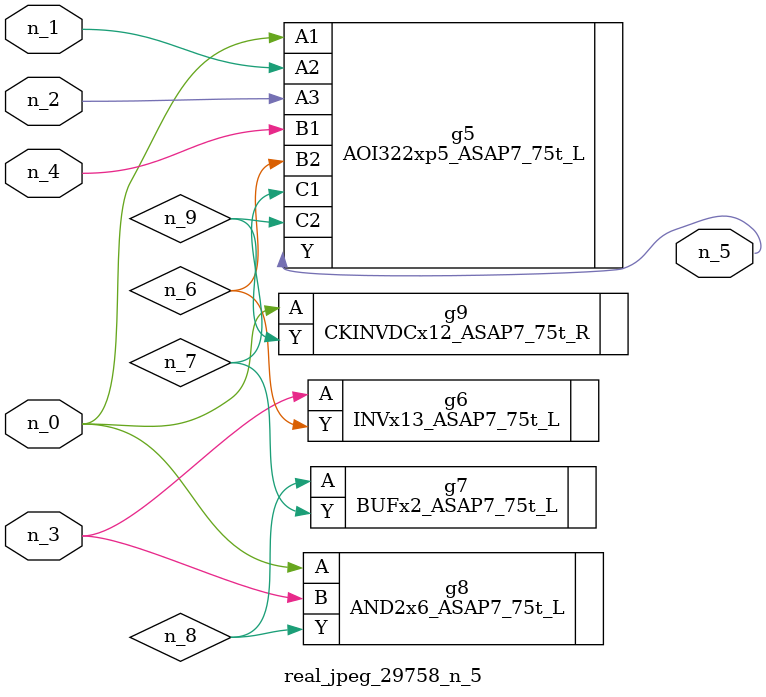
<source format=v>
module real_jpeg_29758_n_5 (n_4, n_0, n_1, n_2, n_3, n_5);

input n_4;
input n_0;
input n_1;
input n_2;
input n_3;

output n_5;

wire n_8;
wire n_6;
wire n_7;
wire n_9;

AOI322xp5_ASAP7_75t_L g5 ( 
.A1(n_0),
.A2(n_1),
.A3(n_2),
.B1(n_4),
.B2(n_6),
.C1(n_7),
.C2(n_9),
.Y(n_5)
);

AND2x6_ASAP7_75t_L g8 ( 
.A(n_0),
.B(n_3),
.Y(n_8)
);

CKINVDCx12_ASAP7_75t_R g9 ( 
.A(n_0),
.Y(n_9)
);

INVx13_ASAP7_75t_L g6 ( 
.A(n_3),
.Y(n_6)
);

BUFx2_ASAP7_75t_L g7 ( 
.A(n_8),
.Y(n_7)
);


endmodule
</source>
